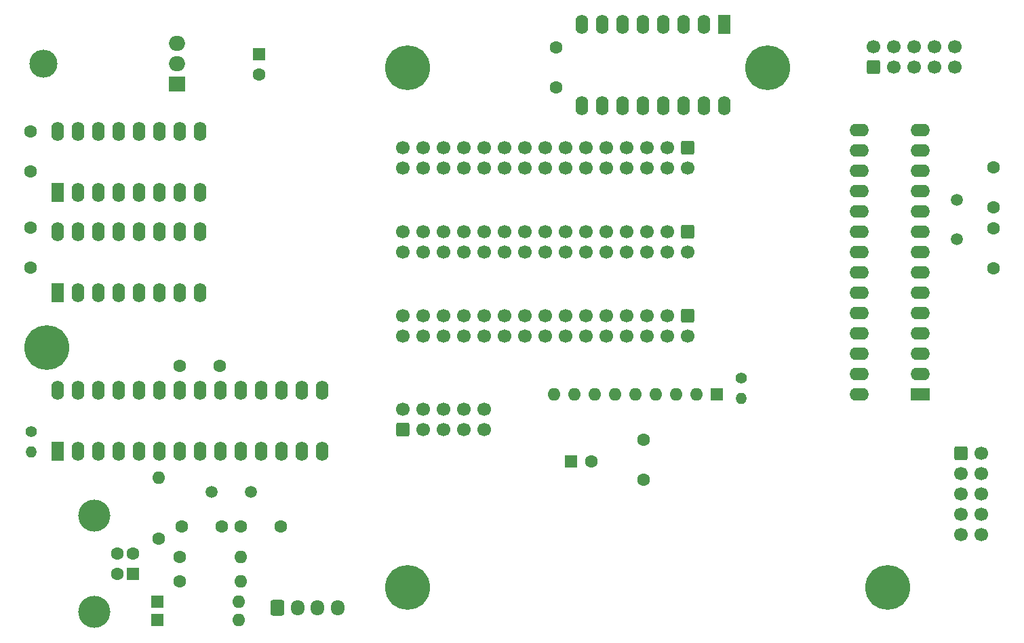
<source format=gbr>
%TF.GenerationSoftware,KiCad,Pcbnew,7.0.5*%
%TF.CreationDate,2023-07-03T18:55:38+02:00*%
%TF.ProjectId,Processor_Board,50726f63-6573-4736-9f72-5f426f617264,rev?*%
%TF.SameCoordinates,Original*%
%TF.FileFunction,Soldermask,Top*%
%TF.FilePolarity,Negative*%
%FSLAX46Y46*%
G04 Gerber Fmt 4.6, Leading zero omitted, Abs format (unit mm)*
G04 Created by KiCad (PCBNEW 7.0.5) date 2023-07-03 18:55:38*
%MOMM*%
%LPD*%
G01*
G04 APERTURE LIST*
G04 Aperture macros list*
%AMRoundRect*
0 Rectangle with rounded corners*
0 $1 Rounding radius*
0 $2 $3 $4 $5 $6 $7 $8 $9 X,Y pos of 4 corners*
0 Add a 4 corners polygon primitive as box body*
4,1,4,$2,$3,$4,$5,$6,$7,$8,$9,$2,$3,0*
0 Add four circle primitives for the rounded corners*
1,1,$1+$1,$2,$3*
1,1,$1+$1,$4,$5*
1,1,$1+$1,$6,$7*
1,1,$1+$1,$8,$9*
0 Add four rect primitives between the rounded corners*
20,1,$1+$1,$2,$3,$4,$5,0*
20,1,$1+$1,$4,$5,$6,$7,0*
20,1,$1+$1,$6,$7,$8,$9,0*
20,1,$1+$1,$8,$9,$2,$3,0*%
G04 Aperture macros list end*
%ADD10C,1.400000*%
%ADD11O,1.400000X1.400000*%
%ADD12RoundRect,0.250000X-0.600000X-0.725000X0.600000X-0.725000X0.600000X0.725000X-0.600000X0.725000X0*%
%ADD13O,1.700000X1.950000*%
%ADD14C,5.600000*%
%ADD15R,1.600000X1.600000*%
%ADD16C,1.600000*%
%ADD17O,1.600000X1.600000*%
%ADD18RoundRect,0.250000X-0.600000X0.600000X-0.600000X-0.600000X0.600000X-0.600000X0.600000X0.600000X0*%
%ADD19C,1.700000*%
%ADD20R,1.600000X2.400000*%
%ADD21O,1.600000X2.400000*%
%ADD22RoundRect,0.250000X-0.600000X-0.600000X0.600000X-0.600000X0.600000X0.600000X-0.600000X0.600000X0*%
%ADD23C,1.500000*%
%ADD24RoundRect,0.250000X0.600000X-0.600000X0.600000X0.600000X-0.600000X0.600000X-0.600000X-0.600000X0*%
%ADD25C,4.000000*%
%ADD26O,3.500000X3.500000*%
%ADD27R,2.000000X1.905000*%
%ADD28O,2.000000X1.905000*%
%ADD29R,2.400000X1.600000*%
%ADD30O,2.400000X1.600000*%
G04 APERTURE END LIST*
D10*
%TO.C,R2*%
X121666000Y-83820000D03*
D11*
X121666000Y-86360000D03*
%TD*%
D12*
%TO.C,J8*%
X63814000Y-112476000D03*
D13*
X66314000Y-112476000D03*
X68814000Y-112476000D03*
X71314000Y-112476000D03*
%TD*%
D14*
%TO.C,H3*%
X80000000Y-45000000D03*
%TD*%
D15*
%TO.C,C10*%
X61500000Y-43347349D03*
D16*
X61500000Y-45847349D03*
%TD*%
D15*
%TO.C,D1*%
X48768000Y-114046000D03*
D17*
X58928000Y-114046000D03*
%TD*%
D16*
%TO.C,C9*%
X33000000Y-53000000D03*
X33000000Y-58000000D03*
%TD*%
D18*
%TO.C,J1*%
X115000000Y-76000000D03*
D19*
X115000000Y-78540000D03*
X112460000Y-76000000D03*
X112460000Y-78540000D03*
X109920000Y-76000000D03*
X109920000Y-78540000D03*
X107380000Y-76000000D03*
X107380000Y-78540000D03*
X104840000Y-76000000D03*
X104840000Y-78540000D03*
X102300000Y-76000000D03*
X102300000Y-78540000D03*
X99760000Y-76000000D03*
X99760000Y-78540000D03*
X97220000Y-76000000D03*
X97220000Y-78540000D03*
X94680000Y-76000000D03*
X94680000Y-78540000D03*
X92140000Y-76000000D03*
X92140000Y-78540000D03*
X89600000Y-76000000D03*
X89600000Y-78540000D03*
X87060000Y-76000000D03*
X87060000Y-78540000D03*
X84520000Y-76000000D03*
X84520000Y-78540000D03*
X81980000Y-76000000D03*
X81980000Y-78540000D03*
X79440000Y-76000000D03*
X79440000Y-78540000D03*
%TD*%
D20*
%TO.C,U2*%
X36322000Y-73152000D03*
D21*
X38862000Y-73152000D03*
X41402000Y-73152000D03*
X43942000Y-73152000D03*
X46482000Y-73152000D03*
X49022000Y-73152000D03*
X51562000Y-73152000D03*
X54102000Y-73152000D03*
X54102000Y-65532000D03*
X51562000Y-65532000D03*
X49022000Y-65532000D03*
X46482000Y-65532000D03*
X43942000Y-65532000D03*
X41402000Y-65532000D03*
X38862000Y-65532000D03*
X36322000Y-65532000D03*
%TD*%
D18*
%TO.C,J3*%
X115000000Y-55000000D03*
D19*
X115000000Y-57540000D03*
X112460000Y-55000000D03*
X112460000Y-57540000D03*
X109920000Y-55000000D03*
X109920000Y-57540000D03*
X107380000Y-55000000D03*
X107380000Y-57540000D03*
X104840000Y-55000000D03*
X104840000Y-57540000D03*
X102300000Y-55000000D03*
X102300000Y-57540000D03*
X99760000Y-55000000D03*
X99760000Y-57540000D03*
X97220000Y-55000000D03*
X97220000Y-57540000D03*
X94680000Y-55000000D03*
X94680000Y-57540000D03*
X92140000Y-55000000D03*
X92140000Y-57540000D03*
X89600000Y-55000000D03*
X89600000Y-57540000D03*
X87060000Y-55000000D03*
X87060000Y-57540000D03*
X84520000Y-55000000D03*
X84520000Y-57540000D03*
X81980000Y-55000000D03*
X81980000Y-57540000D03*
X79440000Y-55000000D03*
X79440000Y-57540000D03*
%TD*%
D16*
%TO.C,R5*%
X51562000Y-106172000D03*
D17*
X59182000Y-106172000D03*
%TD*%
D14*
%TO.C,H4*%
X125000000Y-45000000D03*
%TD*%
D16*
%TO.C,C6*%
X59222000Y-102362000D03*
X64222000Y-102362000D03*
%TD*%
D20*
%TO.C,U4*%
X119619000Y-39629000D03*
D21*
X117079000Y-39629000D03*
X114539000Y-39629000D03*
X111999000Y-39629000D03*
X109459000Y-39629000D03*
X106919000Y-39629000D03*
X104379000Y-39629000D03*
X101839000Y-39629000D03*
X101839000Y-49789000D03*
X104379000Y-49789000D03*
X106919000Y-49789000D03*
X109459000Y-49789000D03*
X111999000Y-49789000D03*
X114539000Y-49789000D03*
X117079000Y-49789000D03*
X119619000Y-49789000D03*
%TD*%
D16*
%TO.C,C4*%
X56562000Y-82296000D03*
X51562000Y-82296000D03*
%TD*%
D22*
%TO.C,J6*%
X149098000Y-93218000D03*
D19*
X151638000Y-93218000D03*
X149098000Y-95758000D03*
X151638000Y-95758000D03*
X149098000Y-98298000D03*
X151638000Y-98298000D03*
X149098000Y-100838000D03*
X151638000Y-100838000D03*
X149098000Y-103378000D03*
X151638000Y-103378000D03*
%TD*%
D15*
%TO.C,RN1*%
X118633000Y-85852000D03*
D17*
X116093000Y-85852000D03*
X113553000Y-85852000D03*
X111013000Y-85852000D03*
X108473000Y-85852000D03*
X105933000Y-85852000D03*
X103393000Y-85852000D03*
X100853000Y-85852000D03*
X98313000Y-85852000D03*
%TD*%
D16*
%TO.C,C5*%
X56856000Y-102362000D03*
X51856000Y-102362000D03*
%TD*%
D23*
%TO.C,Y2*%
X60450000Y-98000000D03*
X55550000Y-98000000D03*
%TD*%
D14*
%TO.C,H1*%
X80000000Y-110000000D03*
%TD*%
D16*
%TO.C,C8*%
X109474000Y-96480000D03*
X109474000Y-91480000D03*
%TD*%
D23*
%TO.C,Y1*%
X148590000Y-61558000D03*
X148590000Y-66458000D03*
%TD*%
D24*
%TO.C,J4*%
X79420000Y-90252500D03*
D19*
X79420000Y-87712500D03*
X81960000Y-90252500D03*
X81960000Y-87712500D03*
X84500000Y-90252500D03*
X84500000Y-87712500D03*
X87040000Y-90252500D03*
X87040000Y-87712500D03*
X89580000Y-90252500D03*
X89580000Y-87712500D03*
%TD*%
D14*
%TO.C,H5*%
X35000000Y-80000000D03*
%TD*%
D18*
%TO.C,J2*%
X115000000Y-65500000D03*
D19*
X115000000Y-68040000D03*
X112460000Y-65500000D03*
X112460000Y-68040000D03*
X109920000Y-65500000D03*
X109920000Y-68040000D03*
X107380000Y-65500000D03*
X107380000Y-68040000D03*
X104840000Y-65500000D03*
X104840000Y-68040000D03*
X102300000Y-65500000D03*
X102300000Y-68040000D03*
X99760000Y-65500000D03*
X99760000Y-68040000D03*
X97220000Y-65500000D03*
X97220000Y-68040000D03*
X94680000Y-65500000D03*
X94680000Y-68040000D03*
X92140000Y-65500000D03*
X92140000Y-68040000D03*
X89600000Y-65500000D03*
X89600000Y-68040000D03*
X87060000Y-65500000D03*
X87060000Y-68040000D03*
X84520000Y-65500000D03*
X84520000Y-68040000D03*
X81980000Y-65500000D03*
X81980000Y-68040000D03*
X79440000Y-65500000D03*
X79440000Y-68040000D03*
%TD*%
D10*
%TO.C,R3*%
X33020000Y-90474000D03*
D11*
X33020000Y-93014000D03*
%TD*%
D15*
%TO.C,J7*%
X45787500Y-108250000D03*
D16*
X45787500Y-105750000D03*
X43787500Y-105750000D03*
X43787500Y-108250000D03*
D25*
X40927500Y-101000000D03*
X40927500Y-113000000D03*
%TD*%
D16*
%TO.C,C2*%
X153162000Y-62444000D03*
X153162000Y-57444000D03*
%TD*%
D20*
%TO.C,U3*%
X36322000Y-60620000D03*
D21*
X38862000Y-60620000D03*
X41402000Y-60620000D03*
X43942000Y-60620000D03*
X46482000Y-60620000D03*
X49022000Y-60620000D03*
X51562000Y-60620000D03*
X54102000Y-60620000D03*
X54102000Y-53000000D03*
X51562000Y-53000000D03*
X49022000Y-53000000D03*
X46482000Y-53000000D03*
X43942000Y-53000000D03*
X41402000Y-53000000D03*
X38862000Y-53000000D03*
X36322000Y-53000000D03*
%TD*%
D20*
%TO.C,U5*%
X36322000Y-92964000D03*
D21*
X38862000Y-92964000D03*
X41402000Y-92964000D03*
X43942000Y-92964000D03*
X46482000Y-92964000D03*
X49022000Y-92964000D03*
X51562000Y-92964000D03*
X54102000Y-92964000D03*
X56642000Y-92964000D03*
X59182000Y-92964000D03*
X61722000Y-92964000D03*
X64262000Y-92964000D03*
X66802000Y-92964000D03*
X69342000Y-92964000D03*
X69342000Y-85344000D03*
X66802000Y-85344000D03*
X64262000Y-85344000D03*
X61722000Y-85344000D03*
X59182000Y-85344000D03*
X56642000Y-85344000D03*
X54102000Y-85344000D03*
X51562000Y-85344000D03*
X49022000Y-85344000D03*
X46482000Y-85344000D03*
X43942000Y-85344000D03*
X41402000Y-85344000D03*
X38862000Y-85344000D03*
X36322000Y-85344000D03*
%TD*%
D16*
%TO.C,C3*%
X33000000Y-65000000D03*
X33000000Y-70000000D03*
%TD*%
%TO.C,R6*%
X51562000Y-109220000D03*
D17*
X59182000Y-109220000D03*
%TD*%
D24*
%TO.C,J5*%
X138176000Y-44958000D03*
D19*
X138176000Y-42418000D03*
X140716000Y-44958000D03*
X140716000Y-42418000D03*
X143256000Y-44958000D03*
X143256000Y-42418000D03*
X145796000Y-44958000D03*
X145796000Y-42418000D03*
X148336000Y-44958000D03*
X148336000Y-42418000D03*
%TD*%
D15*
%TO.C,C11*%
X100447349Y-94234000D03*
D16*
X102947349Y-94234000D03*
%TD*%
%TO.C,C1*%
X153162000Y-65064000D03*
X153162000Y-70064000D03*
%TD*%
D14*
%TO.C,H2*%
X140000000Y-110000000D03*
%TD*%
D16*
%TO.C,R4*%
X49000000Y-103886000D03*
D17*
X49000000Y-96266000D03*
%TD*%
D26*
%TO.C,U6*%
X34570000Y-44500000D03*
D27*
X51230000Y-47040000D03*
D28*
X51230000Y-44500000D03*
X51230000Y-41960000D03*
%TD*%
D15*
%TO.C,D2*%
X48768000Y-111760000D03*
D17*
X58928000Y-111760000D03*
%TD*%
D29*
%TO.C,U1*%
X144033000Y-85842000D03*
D30*
X144033000Y-83302000D03*
X144033000Y-80762000D03*
X144033000Y-78222000D03*
X144033000Y-75682000D03*
X144033000Y-73142000D03*
X144033000Y-70602000D03*
X144033000Y-68062000D03*
X144033000Y-65522000D03*
X144033000Y-62982000D03*
X144033000Y-60442000D03*
X144033000Y-57902000D03*
X144033000Y-55362000D03*
X144033000Y-52822000D03*
X136413000Y-52822000D03*
X136413000Y-55362000D03*
X136413000Y-57902000D03*
X136413000Y-60442000D03*
X136413000Y-62982000D03*
X136413000Y-65522000D03*
X136413000Y-68062000D03*
X136413000Y-70602000D03*
X136413000Y-73142000D03*
X136413000Y-75682000D03*
X136413000Y-78222000D03*
X136413000Y-80762000D03*
X136413000Y-83302000D03*
X136413000Y-85842000D03*
%TD*%
D16*
%TO.C,C7*%
X98552000Y-47458000D03*
X98552000Y-42458000D03*
%TD*%
M02*

</source>
